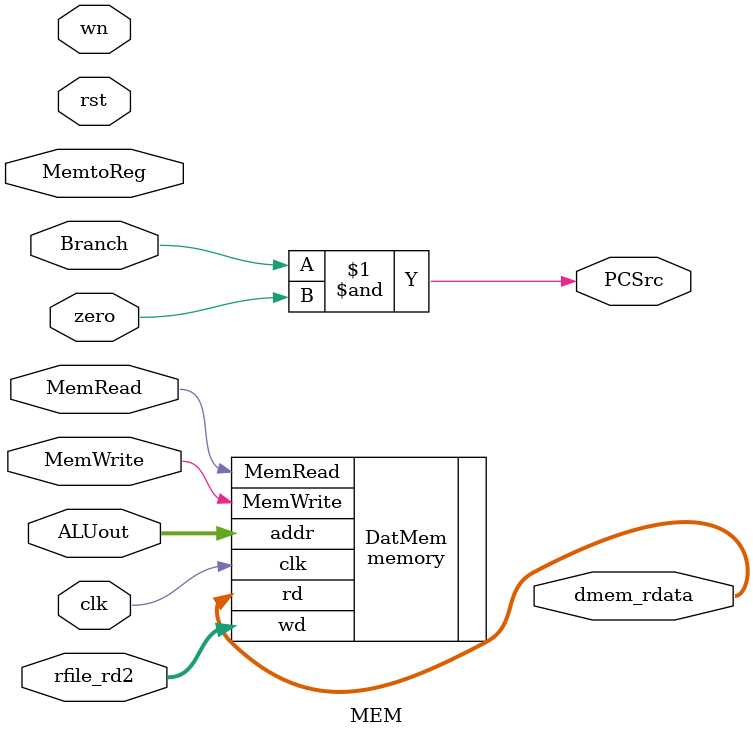
<source format=v>
`timescale 1ns/1ns
module MEM( clk, rst, MemRead, MemWrite, zero, Branch, rfile_rd2, ALUout, dmem_rdata, 
			PCSrc, MemtoReg, wn ) ;
	input clk, rst ;
	input MemRead, MemWrite, zero, Branch ;
	input MemtoReg ;
	input [4:0] wn ;
	input [31:0] rfile_rd2, ALUout ;

	output [31:0] dmem_rdata ;
	output PCSrc ;

	assign PCSrc = Branch & zero ;

	memory DatMem( .clk(clk), .MemRead(MemRead), .MemWrite(MemWrite), .wd(rfile_rd2), 
				   .addr(ALUout), .rd(dmem_rdata) );	
	
	
	
endmodule
		
</source>
